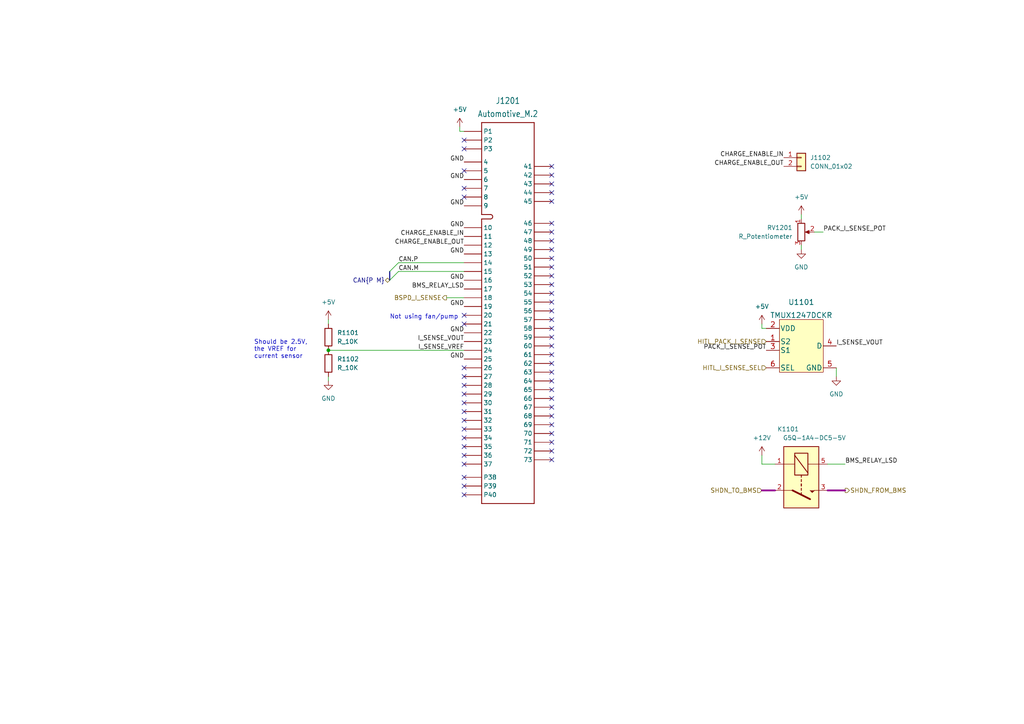
<source format=kicad_sch>
(kicad_sch (version 20211123) (generator eeschema)
  (paper "A4")
  (lib_symbols
    (symbol "Device:R_Potentiometer" (pin_names (offset 1.016) hide)
      (property "Reference" "RV" (at -4.445 0 90))
      (property "Value" "R_Potentiometer" (at -2.54 0 90))
      (symbol "R_Potentiometer_0_1"
        (polyline (pts (xy 2.54 0) (xy 1.524 0)))
        (polyline (pts (xy 1.143 0) (xy 2.286 0.508) (xy 2.286 -0.508) (xy 1.143 0)) (fill (type outline)))
        (rectangle (start 1.016 2.54) (end -1.016 -2.54) (stroke (width 0.254)))
      )
      (symbol "R_Potentiometer_1_1"
        (pin passive line (at 0 3.81 270) (length 1.27) (name "1") (number "1"))
        (pin passive line (at 3.81 0 180) (length 1.27) (name "2") (number "2"))
        (pin passive line (at 0 -3.81 90) (length 1.27) (name "3") (number "3"))
      )
    )
    (symbol "formula:Automotive_M.2"
      (property "Reference" "J?" (at 1.27 49.53 0))
      (property "Value" "Automotive_M.2" (at 7.62 45.72 0))
      (symbol "Automotive_M.2_0_1"
        (arc (start -5.0436 15.2415) (mid -4.4198 15.8765) (end -5.0436 16.5115) (stroke (width 0.25)))
        (polyline (pts (xy -7.62 15.24) (xy -5.08 15.24)) (stroke (width 0.25)))
        (polyline (pts (xy -7.62 16.51) (xy -5.08 16.51)) (stroke (width 0.25)))
        (polyline (pts (xy -7.62 43.18) (xy -7.62 16.51)) (stroke (width 0.25)))
        (polyline (pts (xy 7.62 -67.31) (xy -7.62 -67.31)) (stroke (width 0.25)))
      )
      (symbol "Automotive_M.2_1_0"
        (polyline (pts (xy -7.62 -67.31) (xy -7.62 15.24)) (stroke (width 0.254)))
        (polyline (pts (xy 7.62 43.18) (xy -7.62 43.18)) (stroke (width 0.254)))
        (polyline (pts (xy 7.62 43.18) (xy 7.62 -67.31)) (stroke (width 0.254)))
        (pin bidirectional line (at -12.7 12.7 0) (length 5.08) (name "10") (number "10"))
        (pin bidirectional line (at -12.7 10.16 0) (length 5.08) (name "11") (number "11"))
        (pin bidirectional line (at -12.7 7.62 0) (length 5.08) (name "12") (number "12"))
        (pin bidirectional line (at -12.7 5.08 0) (length 5.08) (name "13") (number "13"))
        (pin bidirectional line (at -12.7 2.54 0) (length 5.08) (name "14") (number "14"))
        (pin bidirectional line (at -12.7 0 0) (length 5.08) (name "15") (number "15"))
        (pin bidirectional line (at -12.7 -2.54 0) (length 5.08) (name "16") (number "16"))
        (pin bidirectional line (at -12.7 -5.08 0) (length 5.08) (name "17") (number "17"))
        (pin bidirectional line (at -12.7 -7.62 0) (length 5.08) (name "18") (number "18"))
        (pin bidirectional line (at -12.7 -10.16 0) (length 5.08) (name "19") (number "19"))
        (pin bidirectional line (at -12.7 -12.7 0) (length 5.08) (name "20") (number "20"))
        (pin bidirectional line (at -12.7 -15.24 0) (length 5.08) (name "21") (number "21"))
        (pin bidirectional line (at -12.7 -17.78 0) (length 5.08) (name "22") (number "22"))
        (pin bidirectional line (at -12.7 -20.32 0) (length 5.08) (name "23") (number "23"))
        (pin bidirectional line (at -12.7 -22.86 0) (length 5.08) (name "24") (number "24"))
        (pin bidirectional line (at -12.7 -25.4 0) (length 5.08) (name "25") (number "25"))
        (pin bidirectional line (at -12.7 -27.94 0) (length 5.08) (name "26") (number "26"))
        (pin bidirectional line (at -12.7 -30.48 0) (length 5.08) (name "27") (number "27"))
        (pin bidirectional line (at -12.7 -33.02 0) (length 5.08) (name "28") (number "28"))
        (pin bidirectional line (at -12.7 -35.56 0) (length 5.08) (name "29") (number "29"))
        (pin bidirectional line (at -12.7 -38.1 0) (length 5.08) (name "30") (number "30"))
        (pin bidirectional line (at -12.7 -40.64 0) (length 5.08) (name "31") (number "31"))
        (pin bidirectional line (at -12.7 -43.18 0) (length 5.08) (name "32") (number "32"))
        (pin bidirectional line (at -12.7 -45.72 0) (length 5.08) (name "33") (number "33"))
        (pin bidirectional line (at -12.7 -48.26 0) (length 5.08) (name "34") (number "34"))
        (pin bidirectional line (at -12.7 -50.8 0) (length 5.08) (name "35") (number "35"))
        (pin bidirectional line (at -12.7 -53.34 0) (length 5.08) (name "36") (number "36"))
        (pin bidirectional line (at -12.7 -55.88 0) (length 5.08) (name "37") (number "37"))
        (pin bidirectional line (at -12.7 31.75 0) (length 5.08) (name "4") (number "4"))
        (pin bidirectional line (at 12.7 30.48 180) (length 5.08) (name "41") (number "41"))
        (pin bidirectional line (at 12.7 27.94 180) (length 5.08) (name "42") (number "42"))
        (pin bidirectional line (at 12.7 25.4 180) (length 5.08) (name "43") (number "43"))
        (pin bidirectional line (at 12.7 22.86 180) (length 5.08) (name "44") (number "44"))
        (pin bidirectional line (at 12.7 20.32 180) (length 5.08) (name "45") (number "45"))
        (pin bidirectional line (at 12.7 13.97 180) (length 5.08) (name "46") (number "46"))
        (pin bidirectional line (at 12.7 11.43 180) (length 5.08) (name "47") (number "47"))
        (pin bidirectional line (at 12.7 8.89 180) (length 5.08) (name "48") (number "48"))
        (pin bidirectional line (at 12.7 6.35 180) (length 5.08) (name "49") (number "49"))
        (pin bidirectional line (at -12.7 29.21 0) (length 5.08) (name "5") (number "5"))
        (pin bidirectional line (at 12.7 3.81 180) (length 5.08) (name "50") (number "50"))
        (pin bidirectional line (at 12.7 1.27 180) (length 5.08) (name "51") (number "51"))
        (pin bidirectional line (at 12.7 -1.27 180) (length 5.08) (name "52") (number "52"))
        (pin bidirectional line (at 12.7 -3.81 180) (length 5.08) (name "53") (number "53"))
        (pin bidirectional line (at 12.7 -6.35 180) (length 5.08) (name "54") (number "54"))
        (pin bidirectional line (at 12.7 -8.89 180) (length 5.08) (name "55") (number "55"))
        (pin bidirectional line (at 12.7 -11.43 180) (length 5.08) (name "56") (number "56"))
        (pin bidirectional line (at 12.7 -13.97 180) (length 5.08) (name "57") (number "57"))
        (pin bidirectional line (at 12.7 -16.51 180) (length 5.08) (name "58") (number "58"))
        (pin bidirectional line (at 12.7 -19.05 180) (length 5.08) (name "59") (number "59"))
        (pin bidirectional line (at -12.7 26.67 0) (length 5.08) (name "6") (number "6"))
        (pin bidirectional line (at 12.7 -21.59 180) (length 5.08) (name "60") (number "60"))
        (pin bidirectional line (at 12.7 -24.13 180) (length 5.08) (name "61") (number "61"))
        (pin bidirectional line (at 12.7 -26.67 180) (length 5.08) (name "62") (number "62"))
        (pin bidirectional line (at 12.7 -29.21 180) (length 5.08) (name "63") (number "63"))
        (pin bidirectional line (at 12.7 -31.75 180) (length 5.08) (name "64") (number "64"))
        (pin bidirectional line (at 12.7 -34.29 180) (length 5.08) (name "65") (number "65"))
        (pin bidirectional line (at 12.7 -36.83 180) (length 5.08) (name "66") (number "66"))
        (pin bidirectional line (at 12.7 -39.37 180) (length 5.08) (name "67") (number "67"))
        (pin bidirectional line (at 12.7 -41.91 180) (length 5.08) (name "68") (number "68"))
        (pin bidirectional line (at 12.7 -44.45 180) (length 5.08) (name "69") (number "69"))
        (pin bidirectional line (at -12.7 24.13 0) (length 5.08) (name "7") (number "7"))
        (pin bidirectional line (at 12.7 -46.99 180) (length 5.08) (name "70") (number "70"))
        (pin bidirectional line (at 12.7 -49.53 180) (length 5.08) (name "71") (number "71"))
        (pin bidirectional line (at 12.7 -52.07 180) (length 5.08) (name "72") (number "72"))
        (pin bidirectional line (at 12.7 -54.61 180) (length 5.08) (name "73") (number "73"))
        (pin bidirectional line (at -12.7 21.59 0) (length 5.08) (name "8") (number "8"))
        (pin bidirectional line (at -12.7 19.05 0) (length 5.08) (name "9") (number "9"))
        (pin bidirectional line (at -12.7 40.64 0) (length 5.08) (name "P1") (number "P1"))
        (pin bidirectional line (at -12.7 38.1 0) (length 5.08) (name "P2") (number "P2"))
        (pin bidirectional line (at -12.7 35.56 0) (length 5.08) (name "P3") (number "P3"))
        (pin bidirectional line (at -12.7 -59.69 0) (length 5.08) (name "P38") (number "P38"))
        (pin bidirectional line (at -12.7 -62.23 0) (length 5.08) (name "P39") (number "P39"))
        (pin bidirectional line (at -12.7 -64.77 0) (length 5.08) (name "P40") (number "P40"))
      )
    )
    (symbol "formula:CONN_01x02" (pin_names (offset 1.016) hide)
      (property "Reference" "J" (at 0 2.54 0))
      (property "Value" "CONN_01x02" (at 0 -5.08 0))
      (symbol "CONN_01x02_1_1"
        (rectangle (start -1.27 -2.413) (end 0 -2.667) (stroke (width 0.1524)))
        (rectangle (start -1.27 0.127) (end 0 -0.127) (stroke (width 0.1524)))
        (rectangle (start -1.27 1.27) (end 1.27 -3.81) (stroke (width 0.254)) (fill (type background)))
        (pin passive line (at -5.08 0 0) (length 3.81) (name "Pin_1") (number "1"))
        (pin passive line (at -5.08 -2.54 0) (length 3.81) (name "Pin_2") (number "2"))
      )
    )
    (symbol "formula:G5Q-1A4-DC5-5V" (pin_names (offset 1.016))
      (property "Reference" "K" (at 8.89 3.81 0))
      (property "Value" "G5Q-1A4-DC5-5V" (at -10.16 -3.81 0))
      (symbol "G5Q-1A4-DC5-5V_0_0"
        (polyline (pts (xy 2.54 3.81) (xy 2.54 5.08)))
      )
      (symbol "G5Q-1A4-DC5-5V_0_1"
        (rectangle (start -10.16 5.08) (end 7.62 -5.08) (stroke (width 0.254)) (fill (type background)))
        (rectangle (start -8.255 1.905) (end -1.905 -1.905) (stroke (width 0.254)))
        (polyline (pts (xy -7.62 -1.905) (xy -2.54 1.905)) (stroke (width 0.254)))
        (polyline (pts (xy -5.08 -5.08) (xy -5.08 -1.905)))
        (polyline (pts (xy -5.08 5.08) (xy -5.08 1.905)))
        (polyline (pts (xy -1.905 0) (xy -1.27 0)) (stroke (width 0.254)))
        (polyline (pts (xy -0.635 0) (xy 0 0)) (stroke (width 0.254)))
        (polyline (pts (xy 0.635 0) (xy 1.27 0)) (stroke (width 0.254)))
        (polyline (pts (xy 0.635 0) (xy 1.27 0)) (stroke (width 0.254)))
        (polyline (pts (xy 1.905 0) (xy 2.54 0)) (stroke (width 0.254)))
        (polyline (pts (xy 2.54 -2.54) (xy 2.54 -5.08)))
        (polyline (pts (xy 2.54 -2.54) (xy 5.08 2.54)) (stroke (width 0.508)))
        (polyline (pts (xy 3.175 0) (xy 3.81 0)) (stroke (width 0.254)))
        (polyline (pts (xy 2.54 2.54) (xy 3.175 3.175) (xy 2.54 3.81)) (fill (type outline)))
      )
      (symbol "G5Q-1A4-DC5-5V_1_1"
        (pin passive line (at -5.08 -7.62 90) (length 2.54) (name "~") (number "1"))
        (pin passive line (at 2.54 -7.62 90) (length 2.54) (name "~") (number "2"))
        (pin passive line (at 2.54 7.62 270) (length 2.54) (name "~") (number "3"))
        (pin passive line (at -5.08 7.62 270) (length 2.54) (name "~") (number "5"))
      )
    )
    (symbol "formula:R_10K" (pin_numbers hide) (pin_names (offset 0))
      (property "Reference" "R" (at 2.032 0 90))
      (property "Value" "R_10K" (at -2.54 0 90))
      (symbol "R_10K_0_1"
        (rectangle (start -1.016 -2.54) (end 1.016 2.54) (stroke (width 0.254)))
      )
      (symbol "R_10K_1_1"
        (pin passive line (at 0 3.81 270) (length 1.27) (name "~") (number "1"))
        (pin passive line (at 0 -3.81 90) (length 1.27) (name "~") (number "2"))
      )
    )
    (symbol "formula:TMUX1247DCKR" (pin_names (offset 0.254))
      (property "Reference" "U" (at 0 12.7 0))
      (property "Value" "TMUX1247DCKR" (at 0 10.16 0))
      (symbol "TMUX1247DCKR_1_1"
        (rectangle (start -6.35 7.62) (end 6.35 -7.62) (fill (type background)))
        (pin bidirectional line (at -10.16 1.27 0) (length 3.81) (name "S2") (number "1"))
        (pin power_in line (at -10.16 5.08 0) (length 3.81) (name "VDD") (number "2"))
        (pin bidirectional line (at -10.16 -1.27 0) (length 3.81) (name "S1") (number "3"))
        (pin bidirectional line (at 10.16 0 180) (length 3.81) (name "D") (number "4"))
        (pin power_in line (at 10.16 -6.35 180) (length 3.81) (name "GND") (number "5"))
        (pin input line (at -10.16 -6.35 0) (length 3.81) (name "SEL") (number "6"))
      )
    )
    (symbol "power:+12V" (power) (pin_names (offset 0))
      (property "Value" "+12V" (at 0 3.556 0))
      (symbol "+12V_0_1"
        (polyline (pts (xy -0.762 1.27) (xy 0 2.54)))
        (polyline (pts (xy 0 0) (xy 0 2.54)))
        (polyline (pts (xy 0 2.54) (xy 0.762 1.27)))
      )
      (symbol "+12V_1_1"
        (pin power_in line (at 0 0 90) (length 0) hide (name "+12V") (number "1"))
      )
    )
    (symbol "power:+5V" (power) (pin_names (offset 0))
      (property "Value" "+5V" (at 0 3.556 0))
      (symbol "+5V_0_1"
        (polyline (pts (xy -0.762 1.27) (xy 0 2.54)))
        (polyline (pts (xy 0 0) (xy 0 2.54)))
        (polyline (pts (xy 0 2.54) (xy 0.762 1.27)))
      )
      (symbol "+5V_1_1"
        (pin power_in line (at 0 0 90) (length 0) hide (name "+5V") (number "1"))
      )
    )
    (symbol "power:GND" (power) (pin_names (offset 0))
      (property "Value" "GND" (at 0 -3.81 0))
      (symbol "GND_0_1"
        (polyline (pts (xy 0 0) (xy 0 -1.27) (xy 1.27 -1.27) (xy 0 -2.54) (xy -1.27 -1.27) (xy 0 -1.27)))
      )
      (symbol "GND_1_1"
        (pin power_in line (at 0 0 270) (length 0) hide (name "GND") (number "1"))
      )
    )
  )
  (junction (at 95.25 101.6))
  (no_connect (at 134.62 140.97))
  (no_connect (at 134.62 124.46))
  (no_connect (at 160.02 107.95))
  (no_connect (at 160.02 97.79))
  (no_connect (at 160.02 120.65))
  (no_connect (at 160.02 48.26))
  (no_connect (at 160.02 100.33))
  (no_connect (at 160.02 53.34))
  (no_connect (at 160.02 115.57))
  (no_connect (at 160.02 50.8))
  (no_connect (at 160.02 82.55))
  (no_connect (at 160.02 102.87))
  (no_connect (at 160.02 118.11))
  (no_connect (at 160.02 130.81))
  (no_connect (at 160.02 85.09))
  (no_connect (at 160.02 128.27))
  (no_connect (at 134.62 119.38))
  (no_connect (at 134.62 114.3))
  (no_connect (at 160.02 105.41))
  (no_connect (at 134.62 57.15))
  (no_connect (at 160.02 69.85))
  (no_connect (at 134.62 143.51))
  (no_connect (at 134.62 43.18))
  (no_connect (at 134.62 106.68))
  (no_connect (at 160.02 133.35))
  (no_connect (at 160.02 90.17))
  (no_connect (at 134.62 116.84))
  (no_connect (at 160.02 92.71))
  (no_connect (at 134.62 91.44))
  (no_connect (at 134.62 132.08))
  (no_connect (at 160.02 123.19))
  (no_connect (at 160.02 64.77))
  (no_connect (at 160.02 87.63))
  (no_connect (at 134.62 54.61))
  (no_connect (at 160.02 58.42))
  (no_connect (at 134.62 129.54))
  (no_connect (at 134.62 40.64))
  (no_connect (at 160.02 72.39))
  (no_connect (at 160.02 110.49))
  (no_connect (at 160.02 80.01))
  (no_connect (at 134.62 127))
  (no_connect (at 160.02 125.73))
  (no_connect (at 134.62 134.62))
  (no_connect (at 160.02 95.25))
  (no_connect (at 160.02 77.47))
  (no_connect (at 160.02 74.93))
  (no_connect (at 134.62 138.43))
  (no_connect (at 134.62 93.98))
  (no_connect (at 134.62 121.92))
  (no_connect (at 160.02 55.88))
  (no_connect (at 160.02 113.03))
  (no_connect (at 160.02 67.31))
  (no_connect (at 134.62 109.22))
  (no_connect (at 134.62 49.53))
  (no_connect (at 134.62 111.76))
  (bus_entry (at 113.03 78.74) (size 2.54 -2.54))
  (bus_entry (at 113.03 81.28) (size 2.54 -2.54))
  (wire (pts (xy 232.41 71.12) (xy 232.41 72.39)))
  (wire (pts (xy 115.57 78.74) (xy 134.62 78.74)))
  (wire (pts (xy 240.03 134.62) (xy 245.11 134.62)))
  (wire (pts (xy 220.98 132.08) (xy 220.98 134.62)))
  (wire (pts (xy 115.57 76.2) (xy 134.62 76.2)))
  (wire (pts (xy 133.35 36.83) (xy 133.35 38.1)))
  (wire (pts (xy 232.41 62.23) (xy 232.41 63.5)))
  (bus (pts (xy 113.03 78.74) (xy 113.03 81.28)))
  (wire (pts (xy 220.98 95.25) (xy 222.25 95.25)))
  (wire (pts (xy 224.79 134.62) (xy 220.98 134.62)))
  (wire (pts (xy 129.54 86.36) (xy 134.62 86.36)))
  (wire (pts (xy 95.25 92.71) (xy 95.25 93.98)))
  (wire (pts (xy 240.03 142.24) (xy 245.11 142.24)) (stroke (width 0.508) (color 132 0 132 1)))
  (wire (pts (xy 220.98 142.24) (xy 224.79 142.24)) (stroke (width 0.508) (color 132 0 132 1)))
  (wire (pts (xy 95.25 101.6) (xy 134.62 101.6)))
  (wire (pts (xy 95.25 109.22) (xy 95.25 110.49)))
  (wire (pts (xy 238.76 67.31) (xy 236.22 67.31)))
  (wire (pts (xy 220.98 93.98) (xy 220.98 95.25)))
  (wire (pts (xy 242.57 106.68) (xy 242.57 109.22)))
  (wire (pts (xy 133.35 38.1) (xy 134.62 38.1)))
  (text "Should be 2.5V,\nthe VREF for\ncurrent sensor" (at 73.66 104.14 0) (effects (font (size 1.27 1.27)) (justify left bottom)))
  (text "Not using fan/pump" (at 113.03 92.71 0) (effects (font (size 1.27 1.27)) (justify left bottom)))
  (label "CHARGE_ENABLE_IN" (at 227.33 45.72 180))
  (label "GND" (at 134.62 52.07 180))
  (label "BMS_RELAY_LSD" (at 245.11 134.62 0))
  (label "GND" (at 134.62 96.52 180))
  (label "GND" (at 134.62 81.28 180))
  (label "BMS_RELAY_LSD" (at 134.62 83.82 180))
  (label "CHARGE_ENABLE_OUT" (at 134.62 71.12 180))
  (label "GND" (at 134.62 73.66 180))
  (label "CHARGE_ENABLE_OUT" (at 227.33 48.26 180))
  (label "CAN.P" (at 115.57 76.2 0))
  (label "GND" (at 134.62 88.9 180))
  (label "PACK_I_SENSE_POT" (at 238.76 67.31 0))
  (label "GND" (at 134.62 66.04 180))
  (label "GND" (at 134.62 104.14 180))
  (label "CHARGE_ENABLE_IN" (at 134.62 68.58 180))
  (label "I_SENSE_VOUT" (at 242.57 100.33 0))
  (label "GND" (at 134.62 59.69 180))
  (label "PACK_I_SENSE_POT" (at 222.25 101.6 180))
  (label "I_SENSE_VREF" (at 134.6104 101.6 180))
  (label "I_SENSE_VOUT" (at 134.62 99.06 180))
  (label "CAN.M" (at 115.57 78.74 0))
  (label "GND" (at 134.62 46.99 180))
  (hierarchical_label "HITL_I_SENSE_SEL" (shape input) (at 222.25 106.68 180))
  (hierarchical_label "BSPD_I_SENSE" (shape output) (at 129.54 86.36 180))
  (hierarchical_label "SHDN_FROM_BMS" (shape output) (at 245.11 142.24 0))
  (hierarchical_label "CAN{P M}" (shape bidirectional) (at 113.03 81.28 180))
  (hierarchical_label "HITL_PACK_I_SENSE" (shape input) (at 222.25 99.06 180))
  (hierarchical_label "SHDN_TO_BMS" (shape input) (at 220.98 142.24 180))
  (symbol (lib_id "power:+5V") (at 133.35 36.83 0) (unit 1)
    (property "Reference" "#PWR?" (effects hide))
    (property "Value" "+5V" (at 133.35 31.75 0))
  )
  (symbol (lib_id "formula:TMUX1247DCKR") (at 232.41 100.33 0) (unit 1)
    (property "Reference" "U1101" (at 232.41 87.63 0) (effects (font (size 1.524 1.524))))
    (property "Value" "TMUX1247DCKR" (at 232.41 91.44 0) (effects (font (size 1.524 1.524))))
    (property "Footprint" "footprints:TMUX1247DCKR" (effects hide))
    (property "Datasheet" "https://www.ti.com/lit/ds/symlink/tmux1247.pdf" (effects hide))
  )
  (symbol (lib_id "formula:Automotive_M.2") (at 147.32 78.74 0) (unit 1)
    (property "Reference" "J1201" (at 147.32 29.21 0) (effects (font (size 1.778 1.5113))))
    (property "Value" "Automotive_M.2" (at 147.32 33.02 0) (effects (font (size 1.778 1.5113))))
    (property "Footprint" "footprints:Automotive_M.2" (effects hide))
  )
  (symbol (lib_id "formula:R_10K") (at 95.25 97.79 0) (unit 1)
    (property "Reference" "R1101" (at 97.79 96.5199 0) (effects (justify left)))
    (property "Value" "R_10K" (at 97.79 99.0599 0) (effects (justify left)))
    (property "Footprint" "footprints:R_0805_OEM" (effects hide))
    (property "Datasheet" "http://www.bourns.com/data/global/pdfs/CRS.pdf" (effects hide))
    (property "MFN" "DK" (effects hide))
    (property "MPN" "CRS0805-FX-1002ELFCT-ND" (effects hide))
    (property "PurchasingLink" "https://www.digikey.com/products/en?keywords=CRS0805-FX-1002ELFCT-ND" (effects hide))
  )
  (symbol (lib_id "formula:R_10K") (at 95.25 105.41 0) (unit 1)
    (property "Reference" "R1102" (at 97.79 104.1399 0) (effects (justify left)))
    (property "Value" "R_10K" (at 97.79 106.6799 0) (effects (justify left)))
    (property "Footprint" "footprints:R_0805_OEM" (effects hide))
    (property "Datasheet" "http://www.bourns.com/data/global/pdfs/CRS.pdf" (effects hide))
    (property "MFN" "DK" (effects hide))
    (property "MPN" "CRS0805-FX-1002ELFCT-ND" (effects hide))
    (property "PurchasingLink" "https://www.digikey.com/products/en?keywords=CRS0805-FX-1002ELFCT-ND" (effects hide))
  )
  (symbol (lib_id "formula:G5Q-1A4-DC5-5V") (at 232.41 139.7 270) (unit 1)
    (property "Reference" "K1101" (at 228.6 124.46 90))
    (property "Value" "G5Q-1A4-DC5-5V" (at 236.22 127 90))
    (property "Footprint" "footprints:Relay_SPST_OMRON-G5Q-1A4_OEM" (effects hide))
    (property "Datasheet" "http://omronfs.omron.com/en_US/ecb/products/pdf/en-g5q.pdf" (effects hide))
    (property "MFN" "DK" (effects hide))
    (property "MPN" "Z3632-ND" (effects hide))
    (property "PurchasingLink" "https://www.digikey.com/product-detail/en/omron-electronics-inc-emc-div/G5Q-1A4-DC5/Z3632-ND/1815721" (effects hide))
  )
  (symbol (lib_id "power:+5V") (at 220.98 93.98 0) (unit 1)
    (property "Reference" "#PWR?" (effects hide))
    (property "Value" "+5V" (at 220.98 88.9 0))
  )
  (symbol (lib_id "power:+12V") (at 220.98 132.08 0) (unit 1)
    (property "Reference" "#PWR?" (effects hide))
    (property "Value" "+12V" (at 220.98 127 0))
  )
  (symbol (lib_id "power:GND") (at 242.57 109.22 0) (unit 1)
    (property "Reference" "#PWR?" (effects hide))
    (property "Value" "GND" (at 242.57 114.3 0))
  )
  (symbol (lib_id "Device:R_Potentiometer") (at 232.41 67.31 0) (unit 1)
    (property "Reference" "RV1201" (at 229.87 66.0399 0) (effects (justify right)))
    (property "Value" "R_Potentiometer" (at 229.87 68.5799 0) (effects (justify right)))
    (property "Footprint" "footprints:PTV09A4020FB103" (effects hide))
  )
  (symbol (lib_id "power:+5V") (at 232.41 62.23 0) (unit 1)
    (property "Reference" "#PWR?" (effects hide))
    (property "Value" "+5V" (at 232.41 57.15 0))
  )
  (symbol (lib_id "power:GND") (at 95.25 110.49 0) (unit 1)
    (property "Reference" "#PWR?" (effects hide))
    (property "Value" "GND" (at 95.25 115.57 0))
  )
  (symbol (lib_id "power:GND") (at 232.41 72.39 0) (unit 1)
    (property "Reference" "#PWR?" (effects hide))
    (property "Value" "GND" (at 232.41 77.47 0))
  )
  (symbol (lib_id "power:+5V") (at 95.25 92.71 0) (unit 1)
    (property "Reference" "#PWR?" (effects hide))
    (property "Value" "+5V" (at 95.25 87.63 0))
  )
  (symbol (lib_id "formula:CONN_01x02") (at 232.41 45.72 0) (unit 1)
    (property "Reference" "J1102" (at 234.95 45.7199 0) (effects (justify left)))
    (property "Value" "CONN_01x02" (at 234.95 48.2599 0) (effects (justify left)))
    (property "Footprint" "footprints:pinheader_1x2" (effects hide))
    (property "Datasheet" "https://katalog.we-online.de/em/datasheet/6130xx11121.pdf" (effects hide))
    (property "MFN" "DK" (effects hide))
    (property "MPN" "732-5315-ND" (effects hide))
  )
)
</source>
